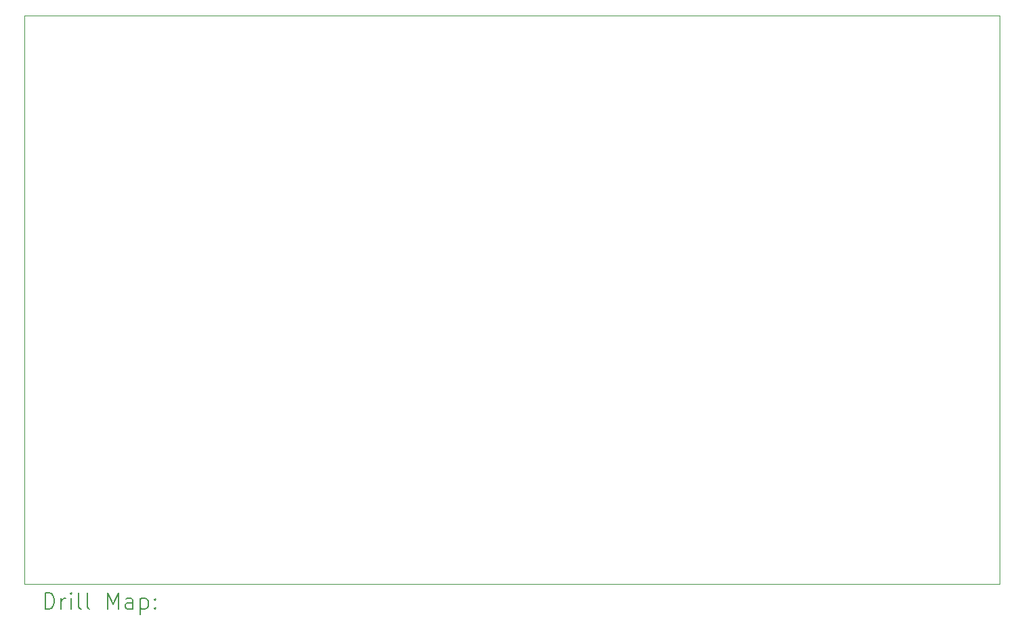
<source format=gbr>
%TF.GenerationSoftware,KiCad,Pcbnew,8.0.8+1*%
%TF.CreationDate,2025-02-28T11:26:12+11:00*%
%TF.ProjectId,mcomms,6d636f6d-6d73-42e6-9b69-6361645f7063,rev?*%
%TF.SameCoordinates,Original*%
%TF.FileFunction,Drillmap*%
%TF.FilePolarity,Positive*%
%FSLAX45Y45*%
G04 Gerber Fmt 4.5, Leading zero omitted, Abs format (unit mm)*
G04 Created by KiCad (PCBNEW 8.0.8+1) date 2025-02-28 11:26:12*
%MOMM*%
%LPD*%
G01*
G04 APERTURE LIST*
%ADD10C,0.050000*%
%ADD11C,0.200000*%
G04 APERTURE END LIST*
D10*
X5969000Y-8509000D02*
X5969000Y-1397000D01*
X18161000Y-1397000D02*
X18161000Y-8509000D01*
X5969000Y-1397000D02*
X18161000Y-1397000D01*
X18161000Y-8509000D02*
X5969000Y-8509000D01*
D11*
X6227277Y-8822984D02*
X6227277Y-8622984D01*
X6227277Y-8622984D02*
X6274896Y-8622984D01*
X6274896Y-8622984D02*
X6303467Y-8632508D01*
X6303467Y-8632508D02*
X6322515Y-8651555D01*
X6322515Y-8651555D02*
X6332039Y-8670603D01*
X6332039Y-8670603D02*
X6341562Y-8708698D01*
X6341562Y-8708698D02*
X6341562Y-8737270D01*
X6341562Y-8737270D02*
X6332039Y-8775365D01*
X6332039Y-8775365D02*
X6322515Y-8794412D01*
X6322515Y-8794412D02*
X6303467Y-8813460D01*
X6303467Y-8813460D02*
X6274896Y-8822984D01*
X6274896Y-8822984D02*
X6227277Y-8822984D01*
X6427277Y-8822984D02*
X6427277Y-8689650D01*
X6427277Y-8727746D02*
X6436801Y-8708698D01*
X6436801Y-8708698D02*
X6446324Y-8699174D01*
X6446324Y-8699174D02*
X6465372Y-8689650D01*
X6465372Y-8689650D02*
X6484420Y-8689650D01*
X6551086Y-8822984D02*
X6551086Y-8689650D01*
X6551086Y-8622984D02*
X6541562Y-8632508D01*
X6541562Y-8632508D02*
X6551086Y-8642031D01*
X6551086Y-8642031D02*
X6560610Y-8632508D01*
X6560610Y-8632508D02*
X6551086Y-8622984D01*
X6551086Y-8622984D02*
X6551086Y-8642031D01*
X6674896Y-8822984D02*
X6655848Y-8813460D01*
X6655848Y-8813460D02*
X6646324Y-8794412D01*
X6646324Y-8794412D02*
X6646324Y-8622984D01*
X6779658Y-8822984D02*
X6760610Y-8813460D01*
X6760610Y-8813460D02*
X6751086Y-8794412D01*
X6751086Y-8794412D02*
X6751086Y-8622984D01*
X7008229Y-8822984D02*
X7008229Y-8622984D01*
X7008229Y-8622984D02*
X7074896Y-8765841D01*
X7074896Y-8765841D02*
X7141562Y-8622984D01*
X7141562Y-8622984D02*
X7141562Y-8822984D01*
X7322515Y-8822984D02*
X7322515Y-8718222D01*
X7322515Y-8718222D02*
X7312991Y-8699174D01*
X7312991Y-8699174D02*
X7293943Y-8689650D01*
X7293943Y-8689650D02*
X7255848Y-8689650D01*
X7255848Y-8689650D02*
X7236801Y-8699174D01*
X7322515Y-8813460D02*
X7303467Y-8822984D01*
X7303467Y-8822984D02*
X7255848Y-8822984D01*
X7255848Y-8822984D02*
X7236801Y-8813460D01*
X7236801Y-8813460D02*
X7227277Y-8794412D01*
X7227277Y-8794412D02*
X7227277Y-8775365D01*
X7227277Y-8775365D02*
X7236801Y-8756317D01*
X7236801Y-8756317D02*
X7255848Y-8746793D01*
X7255848Y-8746793D02*
X7303467Y-8746793D01*
X7303467Y-8746793D02*
X7322515Y-8737270D01*
X7417753Y-8689650D02*
X7417753Y-8889650D01*
X7417753Y-8699174D02*
X7436801Y-8689650D01*
X7436801Y-8689650D02*
X7474896Y-8689650D01*
X7474896Y-8689650D02*
X7493943Y-8699174D01*
X7493943Y-8699174D02*
X7503467Y-8708698D01*
X7503467Y-8708698D02*
X7512991Y-8727746D01*
X7512991Y-8727746D02*
X7512991Y-8784889D01*
X7512991Y-8784889D02*
X7503467Y-8803936D01*
X7503467Y-8803936D02*
X7493943Y-8813460D01*
X7493943Y-8813460D02*
X7474896Y-8822984D01*
X7474896Y-8822984D02*
X7436801Y-8822984D01*
X7436801Y-8822984D02*
X7417753Y-8813460D01*
X7598705Y-8803936D02*
X7608229Y-8813460D01*
X7608229Y-8813460D02*
X7598705Y-8822984D01*
X7598705Y-8822984D02*
X7589182Y-8813460D01*
X7589182Y-8813460D02*
X7598705Y-8803936D01*
X7598705Y-8803936D02*
X7598705Y-8822984D01*
X7598705Y-8699174D02*
X7608229Y-8708698D01*
X7608229Y-8708698D02*
X7598705Y-8718222D01*
X7598705Y-8718222D02*
X7589182Y-8708698D01*
X7589182Y-8708698D02*
X7598705Y-8699174D01*
X7598705Y-8699174D02*
X7598705Y-8718222D01*
M02*

</source>
